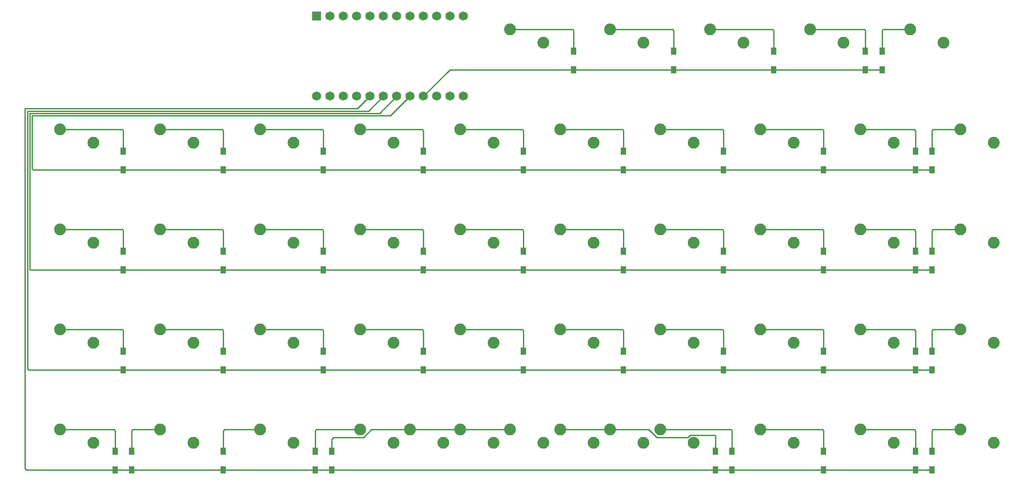
<source format=gtl>
G04 #@! TF.GenerationSoftware,KiCad,Pcbnew,(5.1.4)-1*
G04 #@! TF.CreationDate,2021-08-31T18:12:40-10:00*
G04 #@! TF.ProjectId,oya45,6f796134-352e-46b6-9963-61645f706362,rev?*
G04 #@! TF.SameCoordinates,Original*
G04 #@! TF.FileFunction,Copper,L1,Top*
G04 #@! TF.FilePolarity,Positive*
%FSLAX46Y46*%
G04 Gerber Fmt 4.6, Leading zero omitted, Abs format (unit mm)*
G04 Created by KiCad (PCBNEW (5.1.4)-1) date 2021-08-31 18:12:40*
%MOMM*%
%LPD*%
G04 APERTURE LIST*
%ADD10C,2.250000*%
%ADD11R,1.000000X1.400000*%
%ADD12R,1.752600X1.752600*%
%ADD13C,1.752600*%
%ADD14C,0.254000*%
G04 APERTURE END LIST*
D10*
X99060000Y-111760000D03*
X92710000Y-109220000D03*
X175260000Y-111760000D03*
X168910000Y-109220000D03*
X146685000Y-35560000D03*
X140335000Y-33020000D03*
D11*
X211137500Y-37118750D03*
X211137500Y-40668750D03*
X207962500Y-37118750D03*
X207962500Y-40668750D03*
X190500000Y-37118750D03*
X190500000Y-40668750D03*
X171450000Y-37118750D03*
X171450000Y-40668750D03*
X152400000Y-37118750D03*
X152400000Y-40668750D03*
X220662500Y-113318750D03*
X220662500Y-116868750D03*
X217487500Y-113318750D03*
X217487500Y-116868750D03*
X200025000Y-113318750D03*
X200025000Y-116868750D03*
X182562500Y-113318750D03*
X182562500Y-116868750D03*
X179387500Y-113318750D03*
X179387500Y-116868750D03*
X106362500Y-113318750D03*
X106362500Y-116868750D03*
X103187500Y-113318750D03*
X103187500Y-116868750D03*
X85725000Y-113318750D03*
X85725000Y-116868750D03*
X68262500Y-113318750D03*
X68262500Y-116868750D03*
X65087500Y-113318750D03*
X65087500Y-116868750D03*
X220662500Y-94268750D03*
X220662500Y-97818750D03*
X217487500Y-94268750D03*
X217487500Y-97818750D03*
X200025000Y-94268750D03*
X200025000Y-97818750D03*
X180975000Y-94268750D03*
X180975000Y-97818750D03*
X161925000Y-94268750D03*
X161925000Y-97818750D03*
X142875000Y-94268750D03*
X142875000Y-97818750D03*
X123825000Y-94268750D03*
X123825000Y-97818750D03*
X104775000Y-94268750D03*
X104775000Y-97818750D03*
X85725000Y-94268750D03*
X85725000Y-97818750D03*
X66675000Y-94268750D03*
X66675000Y-97818750D03*
X220662500Y-75218750D03*
X220662500Y-78768750D03*
X217487500Y-75218750D03*
X217487500Y-78768750D03*
X200025000Y-75218750D03*
X200025000Y-78768750D03*
X180975000Y-75218750D03*
X180975000Y-78768750D03*
X161925000Y-75218750D03*
X161925000Y-78768750D03*
X142875000Y-75218750D03*
X142875000Y-78768750D03*
X123825000Y-75218750D03*
X123825000Y-78768750D03*
X104775000Y-75218750D03*
X104775000Y-78768750D03*
X85725000Y-75218750D03*
X85725000Y-78768750D03*
X66675000Y-75218750D03*
X66675000Y-78768750D03*
X220662500Y-56168750D03*
X220662500Y-59718750D03*
X217487500Y-56168750D03*
X217487500Y-59718750D03*
X200025000Y-56168750D03*
X200025000Y-59718750D03*
X180975000Y-56168750D03*
X180975000Y-59718750D03*
X161925000Y-56168750D03*
X161925000Y-59718750D03*
X142875000Y-56168750D03*
X142875000Y-59718750D03*
X123825000Y-56168750D03*
X123825000Y-59718750D03*
X104775000Y-56168750D03*
X104775000Y-59718750D03*
X85725000Y-56168750D03*
X85725000Y-59718750D03*
X66675000Y-56168750D03*
X66675000Y-59718750D03*
D10*
X203835000Y-35560000D03*
X197485000Y-33020000D03*
X222885000Y-35560000D03*
X216535000Y-33020000D03*
D12*
X103505000Y-30480000D03*
D13*
X106045000Y-30480000D03*
X108585000Y-30480000D03*
X111125000Y-30480000D03*
X113665000Y-30480000D03*
X116205000Y-30480000D03*
X118745000Y-30480000D03*
X121285000Y-30480000D03*
X123825000Y-30480000D03*
X126365000Y-30480000D03*
X128905000Y-30480000D03*
X131445000Y-45720000D03*
X128905000Y-45720000D03*
X126365000Y-45720000D03*
X123825000Y-45720000D03*
X121285000Y-45720000D03*
X118745000Y-45720000D03*
X116205000Y-45720000D03*
X113665000Y-45720000D03*
X111125000Y-45720000D03*
X108585000Y-45720000D03*
X106045000Y-45720000D03*
X131445000Y-30480000D03*
X103505000Y-45720000D03*
D10*
X165735000Y-111760000D03*
X159385000Y-109220000D03*
X127635000Y-111760000D03*
X121285000Y-109220000D03*
X140335000Y-109220000D03*
X146685000Y-111760000D03*
X184785000Y-35560000D03*
X178435000Y-33020000D03*
X165735000Y-35560000D03*
X159385000Y-33020000D03*
X232410000Y-111760000D03*
X226060000Y-109220000D03*
X213360000Y-111760000D03*
X207010000Y-109220000D03*
X194310000Y-111760000D03*
X187960000Y-109220000D03*
X156210000Y-111760000D03*
X149860000Y-109220000D03*
X137160000Y-111760000D03*
X130810000Y-109220000D03*
X118110000Y-111760000D03*
X111760000Y-109220000D03*
X80010000Y-111760000D03*
X73660000Y-109220000D03*
X60960000Y-111760000D03*
X54610000Y-109220000D03*
X232410000Y-92710000D03*
X226060000Y-90170000D03*
X213360000Y-92710000D03*
X207010000Y-90170000D03*
X194310000Y-92710000D03*
X187960000Y-90170000D03*
X175260000Y-92710000D03*
X168910000Y-90170000D03*
X156210000Y-92710000D03*
X149860000Y-90170000D03*
X137160000Y-92710000D03*
X130810000Y-90170000D03*
X118110000Y-92710000D03*
X111760000Y-90170000D03*
X99060000Y-92710000D03*
X92710000Y-90170000D03*
X80010000Y-92710000D03*
X73660000Y-90170000D03*
X60960000Y-92710000D03*
X54610000Y-90170000D03*
X232410000Y-73660000D03*
X226060000Y-71120000D03*
X213360000Y-73660000D03*
X207010000Y-71120000D03*
X194310000Y-73660000D03*
X187960000Y-71120000D03*
X175260000Y-73660000D03*
X168910000Y-71120000D03*
X156210000Y-73660000D03*
X149860000Y-71120000D03*
X137160000Y-73660000D03*
X130810000Y-71120000D03*
X118110000Y-73660000D03*
X111760000Y-71120000D03*
X99060000Y-73660000D03*
X92710000Y-71120000D03*
X80010000Y-73660000D03*
X73660000Y-71120000D03*
X60960000Y-73660000D03*
X54610000Y-71120000D03*
X232410000Y-54610000D03*
X226060000Y-52070000D03*
X213360000Y-54610000D03*
X207010000Y-52070000D03*
X194310000Y-54610000D03*
X187960000Y-52070000D03*
X175260000Y-54610000D03*
X168910000Y-52070000D03*
X156210000Y-54610000D03*
X149860000Y-52070000D03*
X137160000Y-54610000D03*
X130810000Y-52070000D03*
X118110000Y-54610000D03*
X111760000Y-52070000D03*
X99060000Y-54610000D03*
X92710000Y-52070000D03*
X80010000Y-54610000D03*
X73660000Y-52070000D03*
X60960000Y-54610000D03*
X54610000Y-52070000D03*
D14*
X67429000Y-59718750D02*
X220662500Y-59718750D01*
X66675000Y-59718750D02*
X67429000Y-59718750D01*
X49514270Y-59718750D02*
X49326770Y-59531250D01*
X66675000Y-59718750D02*
X49514270Y-59718750D01*
X49326770Y-59531250D02*
X49326770Y-49441040D01*
X117563960Y-49441040D02*
X121285000Y-45720000D01*
X49326770Y-49441040D02*
X117563960Y-49441040D01*
X66675000Y-52260500D02*
X66675000Y-53340000D01*
X66484500Y-52070000D02*
X66675000Y-52260500D01*
X54610000Y-52070000D02*
X66484500Y-52070000D01*
X66675000Y-53340000D02*
X66675000Y-56168750D01*
X85725000Y-52260500D02*
X85725000Y-53340000D01*
X85534500Y-52070000D02*
X85725000Y-52260500D01*
X73660000Y-52070000D02*
X85534500Y-52070000D01*
X85725000Y-53340000D02*
X85725000Y-56168750D01*
X104775000Y-52260500D02*
X104775000Y-53340000D01*
X104584500Y-52070000D02*
X104775000Y-52260500D01*
X92710000Y-52070000D02*
X104584500Y-52070000D01*
X104775000Y-53340000D02*
X104775000Y-56168750D01*
X123825000Y-52260500D02*
X123825000Y-53340000D01*
X123634500Y-52070000D02*
X123825000Y-52260500D01*
X111760000Y-52070000D02*
X123634500Y-52070000D01*
X123825000Y-53340000D02*
X123825000Y-56168750D01*
X142875000Y-52260500D02*
X142875000Y-53340000D01*
X142684500Y-52070000D02*
X142875000Y-52260500D01*
X130810000Y-52070000D02*
X142684500Y-52070000D01*
X142875000Y-53340000D02*
X142875000Y-56168750D01*
X161925000Y-52260500D02*
X161925000Y-53340000D01*
X161734500Y-52070000D02*
X161925000Y-52260500D01*
X149860000Y-52070000D02*
X161734500Y-52070000D01*
X161925000Y-53340000D02*
X161925000Y-56168750D01*
X180975000Y-52260500D02*
X180975000Y-53340000D01*
X180784500Y-52070000D02*
X180975000Y-52260500D01*
X168910000Y-52070000D02*
X180784500Y-52070000D01*
X180975000Y-53340000D02*
X180975000Y-56168750D01*
X200025000Y-52260500D02*
X200025000Y-53340000D01*
X199834500Y-52070000D02*
X200025000Y-52260500D01*
X187960000Y-52070000D02*
X199834500Y-52070000D01*
X200025000Y-53340000D02*
X200025000Y-56168750D01*
X217297000Y-52070000D02*
X217487500Y-52260500D01*
X207010000Y-52070000D02*
X217297000Y-52070000D01*
X217487500Y-53181250D02*
X217487500Y-56168750D01*
X217487500Y-53181250D02*
X217487500Y-53340000D01*
X217487500Y-52260500D02*
X217487500Y-53181250D01*
X220853000Y-52070000D02*
X220662500Y-52260500D01*
X226060000Y-52070000D02*
X220853000Y-52070000D01*
X220662500Y-53181250D02*
X220662500Y-56168750D01*
X220662500Y-53181250D02*
X220662500Y-53340000D01*
X220662500Y-52260500D02*
X220662500Y-53181250D01*
X66675000Y-78768750D02*
X220662500Y-78768750D01*
X48872760Y-78768750D02*
X48872760Y-48987030D01*
X66675000Y-78768750D02*
X48872760Y-78768750D01*
X115477970Y-48987030D02*
X118745000Y-45720000D01*
X48872760Y-48987030D02*
X115477970Y-48987030D01*
X66675000Y-71310500D02*
X66675000Y-72390000D01*
X66484500Y-71120000D02*
X66675000Y-71310500D01*
X54610000Y-71120000D02*
X66484500Y-71120000D01*
X66675000Y-72390000D02*
X66675000Y-75218750D01*
X85725000Y-71310500D02*
X85725000Y-72390000D01*
X85534500Y-71120000D02*
X85725000Y-71310500D01*
X73660000Y-71120000D02*
X85534500Y-71120000D01*
X85725000Y-72390000D02*
X85725000Y-75218750D01*
X104775000Y-71310500D02*
X104775000Y-72390000D01*
X104584500Y-71120000D02*
X104775000Y-71310500D01*
X92710000Y-71120000D02*
X104584500Y-71120000D01*
X104775000Y-72390000D02*
X104775000Y-75218750D01*
X123825000Y-71310500D02*
X123825000Y-72390000D01*
X123634500Y-71120000D02*
X123825000Y-71310500D01*
X111760000Y-71120000D02*
X123634500Y-71120000D01*
X123825000Y-72390000D02*
X123825000Y-75218750D01*
X142875000Y-71310500D02*
X142875000Y-72390000D01*
X142684500Y-71120000D02*
X142875000Y-71310500D01*
X130810000Y-71120000D02*
X142684500Y-71120000D01*
X142875000Y-72390000D02*
X142875000Y-75218750D01*
X161925000Y-71310500D02*
X161925000Y-72390000D01*
X161734500Y-71120000D02*
X161925000Y-71310500D01*
X149860000Y-71120000D02*
X161734500Y-71120000D01*
X161925000Y-72390000D02*
X161925000Y-75218750D01*
X180975000Y-71310500D02*
X180975000Y-72390000D01*
X180784500Y-71120000D02*
X180975000Y-71310500D01*
X168910000Y-71120000D02*
X180784500Y-71120000D01*
X180975000Y-72390000D02*
X180975000Y-75218750D01*
X199834500Y-71120000D02*
X200025000Y-71310500D01*
X187960000Y-71120000D02*
X199834500Y-71120000D01*
X200025000Y-72231250D02*
X200025000Y-75218750D01*
X200025000Y-72231250D02*
X200025000Y-72390000D01*
X200025000Y-71310500D02*
X200025000Y-72231250D01*
X217297000Y-71120000D02*
X217487500Y-71310500D01*
X207010000Y-71120000D02*
X217297000Y-71120000D01*
X217487500Y-72231250D02*
X217487500Y-75218750D01*
X217487500Y-72231250D02*
X217487500Y-72390000D01*
X217487500Y-71310500D02*
X217487500Y-72231250D01*
X220662500Y-71310500D02*
X220662500Y-72390000D01*
X220853000Y-71120000D02*
X220662500Y-71310500D01*
X226060000Y-71120000D02*
X220853000Y-71120000D01*
X220662500Y-72390000D02*
X220662500Y-75218750D01*
X67429000Y-97818750D02*
X220662500Y-97818750D01*
X66675000Y-97818750D02*
X67429000Y-97818750D01*
X66675000Y-97818750D02*
X66522760Y-97970990D01*
X66675000Y-97818750D02*
X48606250Y-97818750D01*
X48418750Y-97631250D02*
X48418750Y-48533020D01*
X113391980Y-48533020D02*
X116205000Y-45720000D01*
X48418750Y-48533020D02*
X113391980Y-48533020D01*
X48606250Y-97818750D02*
X48418750Y-97631250D01*
X66675000Y-90360500D02*
X66675000Y-91440000D01*
X66484500Y-90170000D02*
X66675000Y-90360500D01*
X54610000Y-90170000D02*
X66484500Y-90170000D01*
X66675000Y-91440000D02*
X66675000Y-94268750D01*
X85725000Y-90360500D02*
X85725000Y-91440000D01*
X85534500Y-90170000D02*
X85725000Y-90360500D01*
X73660000Y-90170000D02*
X85534500Y-90170000D01*
X85725000Y-91440000D02*
X85725000Y-94268750D01*
X104775000Y-90360500D02*
X104775000Y-91440000D01*
X104584500Y-90170000D02*
X104775000Y-90360500D01*
X92710000Y-90170000D02*
X104584500Y-90170000D01*
X104775000Y-91440000D02*
X104775000Y-94268750D01*
X123825000Y-90360500D02*
X123825000Y-91440000D01*
X123634500Y-90170000D02*
X123825000Y-90360500D01*
X111760000Y-90170000D02*
X123634500Y-90170000D01*
X123825000Y-91440000D02*
X123825000Y-94268750D01*
X142875000Y-90360500D02*
X142875000Y-91440000D01*
X142684500Y-90170000D02*
X142875000Y-90360500D01*
X130810000Y-90170000D02*
X142684500Y-90170000D01*
X142875000Y-91440000D02*
X142875000Y-94268750D01*
X161734500Y-90170000D02*
X161925000Y-90360500D01*
X149860000Y-90170000D02*
X161734500Y-90170000D01*
X161925000Y-91281250D02*
X161925000Y-94268750D01*
X161925000Y-91281250D02*
X161925000Y-91440000D01*
X161925000Y-90360500D02*
X161925000Y-91281250D01*
X180975000Y-90360500D02*
X180975000Y-91440000D01*
X180784500Y-90170000D02*
X180975000Y-90360500D01*
X168910000Y-90170000D02*
X180784500Y-90170000D01*
X180975000Y-91440000D02*
X180975000Y-94268750D01*
X200025000Y-90360500D02*
X200025000Y-91440000D01*
X199834500Y-90170000D02*
X200025000Y-90360500D01*
X187960000Y-90170000D02*
X199834500Y-90170000D01*
X200025000Y-91440000D02*
X200025000Y-94268750D01*
X217487500Y-90360500D02*
X217487500Y-91440000D01*
X217297000Y-90170000D02*
X217487500Y-90360500D01*
X207010000Y-90170000D02*
X217297000Y-90170000D01*
X217487500Y-91440000D02*
X217487500Y-94268750D01*
X220662500Y-90360500D02*
X220662500Y-91440000D01*
X220853000Y-90170000D02*
X220662500Y-90360500D01*
X226060000Y-90170000D02*
X220853000Y-90170000D01*
X220662500Y-91440000D02*
X220662500Y-94268750D01*
X65841500Y-116868750D02*
X220662500Y-116868750D01*
X65087500Y-116868750D02*
X65841500Y-116868750D01*
X111305990Y-48079010D02*
X113665000Y-45720000D01*
X47964740Y-48079010D02*
X111305990Y-48079010D01*
X47964740Y-116602240D02*
X47964740Y-48079010D01*
X65087500Y-116868750D02*
X48231250Y-116868750D01*
X47964740Y-116602240D02*
X48231250Y-116868750D01*
X65087500Y-109410500D02*
X65087500Y-110490000D01*
X64897000Y-109220000D02*
X65087500Y-109410500D01*
X54610000Y-109220000D02*
X64897000Y-109220000D01*
X65087500Y-110490000D02*
X65087500Y-113318750D01*
X68262500Y-109410500D02*
X68262500Y-110490000D01*
X68453000Y-109220000D02*
X68262500Y-109410500D01*
X73660000Y-109220000D02*
X68453000Y-109220000D01*
X68262500Y-110490000D02*
X68262500Y-113318750D01*
X85725000Y-109410500D02*
X85725000Y-110490000D01*
X85915500Y-109220000D02*
X85725000Y-109410500D01*
X92710000Y-109220000D02*
X85915500Y-109220000D01*
X85725000Y-110490000D02*
X85725000Y-113318750D01*
X111760000Y-109220000D02*
X103378000Y-109220000D01*
X103187500Y-109410500D02*
X103187500Y-110490000D01*
X103187500Y-110490000D02*
X103187500Y-113318750D01*
X103378000Y-109220000D02*
X103187500Y-109410500D01*
X140335000Y-109220000D02*
X121285000Y-109220000D01*
X113908962Y-109220000D02*
X121285000Y-109220000D01*
X113908962Y-109220000D02*
X112456961Y-110672001D01*
X106362500Y-111012752D02*
X106362500Y-113318750D01*
X106703251Y-110672001D02*
X106362500Y-111012752D01*
X112456961Y-110672001D02*
X106703251Y-110672001D01*
X151450990Y-109220000D02*
X159385000Y-109220000D01*
X149860000Y-109220000D02*
X151450990Y-109220000D01*
X179387500Y-110331250D02*
X179387500Y-113318750D01*
X166761038Y-109220000D02*
X168213039Y-110672001D01*
X168213039Y-110672001D02*
X174199037Y-110672001D01*
X159385000Y-109220000D02*
X166761038Y-109220000D01*
X174563039Y-110307999D02*
X179364249Y-110307999D01*
X174199037Y-110672001D02*
X174563039Y-110307999D01*
X179364249Y-110307999D02*
X179387500Y-110331250D01*
X182562500Y-109410500D02*
X182562500Y-110490000D01*
X182372000Y-109220000D02*
X182562500Y-109410500D01*
X168910000Y-109220000D02*
X182372000Y-109220000D01*
X182562500Y-110490000D02*
X182562500Y-113318750D01*
X200025000Y-109410500D02*
X200025000Y-110490000D01*
X199834500Y-109220000D02*
X200025000Y-109410500D01*
X187960000Y-109220000D02*
X199834500Y-109220000D01*
X200025000Y-110490000D02*
X200025000Y-113318750D01*
X217487500Y-109410500D02*
X217487500Y-110490000D01*
X217297000Y-109220000D02*
X217487500Y-109410500D01*
X207010000Y-109220000D02*
X217297000Y-109220000D01*
X217487500Y-110490000D02*
X217487500Y-113318750D01*
X220662500Y-109410500D02*
X220662500Y-110490000D01*
X220853000Y-109220000D02*
X220662500Y-109410500D01*
X226060000Y-109220000D02*
X220853000Y-109220000D01*
X220662500Y-110490000D02*
X220662500Y-113318750D01*
X153154000Y-40668750D02*
X211137500Y-40668750D01*
X152400000Y-40668750D02*
X153154000Y-40668750D01*
X128876250Y-40668750D02*
X123825000Y-45720000D01*
X152400000Y-40668750D02*
X128876250Y-40668750D01*
X152400000Y-33210500D02*
X152400000Y-34290000D01*
X152209500Y-33020000D02*
X152400000Y-33210500D01*
X140335000Y-33020000D02*
X152209500Y-33020000D01*
X152400000Y-34290000D02*
X152400000Y-37118750D01*
X171450000Y-33210500D02*
X171450000Y-34290000D01*
X171259500Y-33020000D02*
X171450000Y-33210500D01*
X159385000Y-33020000D02*
X171259500Y-33020000D01*
X171450000Y-34290000D02*
X171450000Y-37118750D01*
X190500000Y-33210500D02*
X190500000Y-34290000D01*
X190309500Y-33020000D02*
X190500000Y-33210500D01*
X178435000Y-33020000D02*
X190309500Y-33020000D01*
X190500000Y-34290000D02*
X190500000Y-37118750D01*
X207962500Y-33210500D02*
X207962500Y-34290000D01*
X207772000Y-33020000D02*
X207962500Y-33210500D01*
X197485000Y-33020000D02*
X207772000Y-33020000D01*
X207962500Y-34290000D02*
X207962500Y-37118750D01*
X211137500Y-33210500D02*
X211137500Y-34290000D01*
X211328000Y-33020000D02*
X211137500Y-33210500D01*
X216535000Y-33020000D02*
X211328000Y-33020000D01*
X211137500Y-34290000D02*
X211137500Y-37118750D01*
M02*

</source>
